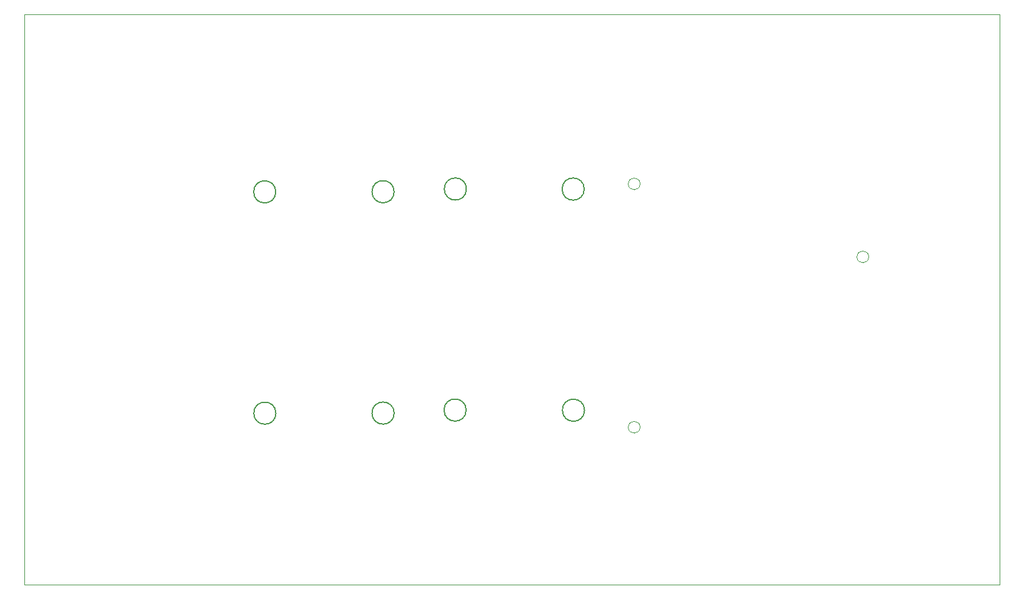
<source format=gbr>
%TF.GenerationSoftware,KiCad,Pcbnew,(7.0.0)*%
%TF.CreationDate,2024-03-13T17:03:37-07:00*%
%TF.ProjectId,2P_miniscope_interconnect_board_v3,32505f6d-696e-4697-9363-6f70655f696e,rev?*%
%TF.SameCoordinates,Original*%
%TF.FileFunction,Profile,NP*%
%FSLAX46Y46*%
G04 Gerber Fmt 4.6, Leading zero omitted, Abs format (unit mm)*
G04 Created by KiCad (PCBNEW (7.0.0)) date 2024-03-13 17:03:37*
%MOMM*%
%LPD*%
G01*
G04 APERTURE LIST*
%TA.AperFunction,Profile*%
%ADD10C,0.050000*%
%TD*%
%TA.AperFunction,Profile*%
%ADD11C,0.150000*%
%TD*%
G04 APERTURE END LIST*
D10*
X76020000Y-156480000D02*
X76020000Y-79100000D01*
D11*
X151860000Y-102814957D02*
G75*
G03*
X151860000Y-102814957I-1500000J0D01*
G01*
D10*
X190421000Y-112023000D02*
G75*
G03*
X190421000Y-112023000I-800000J0D01*
G01*
X76020000Y-79100000D02*
X208154000Y-79100000D01*
X159433000Y-135137000D02*
G75*
G03*
X159433000Y-135137000I-800000J0D01*
G01*
D11*
X135860000Y-132804957D02*
G75*
G03*
X135860000Y-132804957I-1500000J0D01*
G01*
X110080000Y-133224957D02*
G75*
G03*
X110080000Y-133224957I-1500000J0D01*
G01*
X151900000Y-132824957D02*
G75*
G03*
X151900000Y-132824957I-1500000J0D01*
G01*
X126100000Y-103174957D02*
G75*
G03*
X126100000Y-103174957I-1500000J0D01*
G01*
X110060000Y-103194957D02*
G75*
G03*
X110060000Y-103194957I-1500000J0D01*
G01*
D10*
X159433000Y-102117000D02*
G75*
G03*
X159433000Y-102117000I-800000J0D01*
G01*
X208154000Y-79100000D02*
X208154000Y-156480000D01*
X208154000Y-156480000D02*
X76020000Y-156480000D01*
D11*
X126100000Y-133214957D02*
G75*
G03*
X126100000Y-133214957I-1500000J0D01*
G01*
X135900000Y-102804957D02*
G75*
G03*
X135900000Y-102804957I-1500000J0D01*
G01*
M02*

</source>
